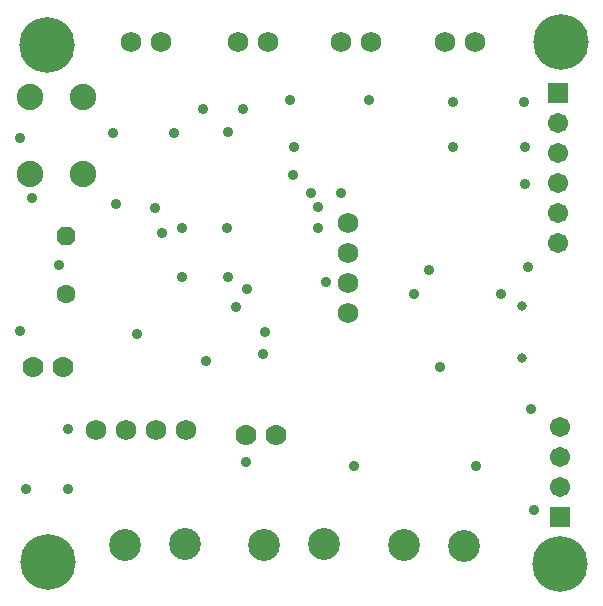
<source format=gbs>
%FSLAX24Y24*%
%MOMM*%
%SFA1B1*%

%IPPOS*%
%AMD40*
4,1,8,0.802640,0.332740,0.332740,0.802640,-0.332740,0.802640,-0.802640,0.332740,-0.802640,-0.332740,-0.332740,-0.802640,0.332740,-0.802640,0.802640,-0.332740,0.802640,0.332740,0.0*
%
%ADD35C,2.703068*%
%ADD36C,1.727200*%
%ADD37R,1.703324X1.703324*%
%ADD38C,1.703324*%
%ADD39C,1.603248*%
G04~CAMADD=40~4~0.0~0.0~631.2~631.2~0.0~184.9~0~0.0~0.0~0.0~0.0~0~0.0~0.0~0.0~0.0~0~0.0~0.0~0.0~315.0~631.2~631.2*
%ADD40D40*%
%ADD41C,0.803148*%
%ADD42C,2.235200*%
%ADD43C,1.778000*%
%ADD44C,0.903224*%
%ADD45C,4.703318*%
%LNpcb_cloud_controller-1*%
%LPD*%
G54D35*
X1323340Y662940D03*
X1272590Y663600D03*
X1154480D03*
X1087120Y664210D03*
X1036370Y663600D03*
X1205230Y664210D03*
G54D36*
X1307129Y1089660D03*
X1332529D03*
X1131869D03*
X1157269D03*
X1219499D03*
X1244899D03*
X1012190Y760730D03*
X1037590D03*
X1062990D03*
X1088390D03*
X1225550Y859790D03*
Y885190D03*
Y910590D03*
Y935990D03*
X1041699Y1089660D03*
X1067099D03*
G54D37*
X1403350Y1046480D03*
X1404620Y687070D03*
G54D38*
X1403350Y1021080D03*
Y995680D03*
Y970280D03*
Y944880D03*
Y919480D03*
X1404620Y763270D03*
Y737870D03*
Y712470D03*
G54D39*
X986790Y876030D03*
G54D40*
X986790Y924829D03*
G54D41*
X1372870Y865687D03*
Y821690D03*
G54D42*
X956310Y1042670D03*
X1001268D03*
Y977646D03*
X956310D03*
G54D43*
X958850Y814070D03*
X984250D03*
X1139190Y756920D03*
X1164590D03*
G54D44*
X1130554Y864870D03*
X1154684Y844296D03*
X1139952Y880110D03*
X1068070Y927862D03*
X1200150Y932180D03*
X1206500Y886460D03*
X1281430Y876300D03*
X1061720Y948690D03*
X1200150Y949960D03*
X1028700Y952500D03*
X1178560Y976630D03*
X1102360Y1032510D03*
X1136650D03*
X1123950Y1013460D03*
X1104900Y819150D03*
X988060Y711200D03*
X952500D03*
X1374140Y1038860D03*
X1243330Y1040130D03*
X1176020D03*
X1314450Y1038860D03*
X1078230Y1012190D03*
X988060Y762000D03*
X980440Y900430D03*
X947420Y844550D03*
X957580Y957580D03*
X1026160Y1012190D03*
X947420Y1008380D03*
X1046480Y842010D03*
X1123950Y890270D03*
X1084580D03*
Y932180D03*
X1122680D03*
X1153414Y825246D03*
X1139190Y734060D03*
X1230630Y730250D03*
X1333500D03*
X1303020Y814070D03*
X1380490Y778510D03*
X1383030Y693420D03*
X1355090Y876300D03*
X1377950Y899160D03*
X1314450Y1000760D03*
X1179830D03*
X1375410D03*
Y969010D03*
X1193800Y961390D03*
X1219200D03*
X1294130Y896620D03*
G54D45*
X1404620Y647700D03*
X971550Y648970D03*
X970280Y1087120D03*
X1405890Y1089660D03*
M02*
</source>
